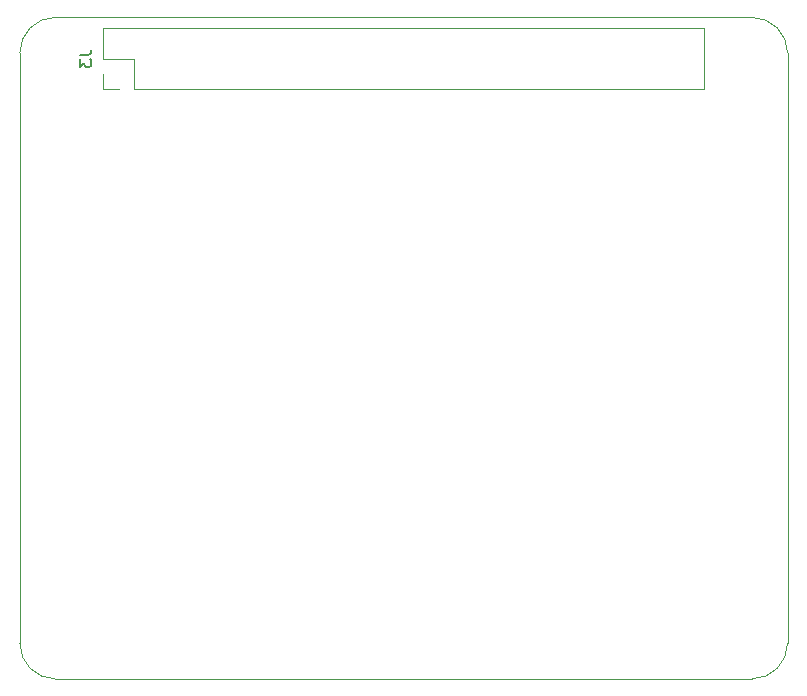
<source format=gbr>
G04 #@! TF.GenerationSoftware,KiCad,Pcbnew,(6.0.7-1)-1*
G04 #@! TF.CreationDate,2023-05-21T11:11:00+10:00*
G04 #@! TF.ProjectId,Pi GPS Serial,50692047-5053-4205-9365-7269616c2e6b,rev?*
G04 #@! TF.SameCoordinates,Original*
G04 #@! TF.FileFunction,Legend,Bot*
G04 #@! TF.FilePolarity,Positive*
%FSLAX46Y46*%
G04 Gerber Fmt 4.6, Leading zero omitted, Abs format (unit mm)*
G04 Created by KiCad (PCBNEW (6.0.7-1)-1) date 2023-05-21 11:11:00*
%MOMM*%
%LPD*%
G01*
G04 APERTURE LIST*
G04 #@! TA.AperFunction,Profile*
%ADD10C,0.100000*%
G04 #@! TD*
%ADD11C,0.150000*%
%ADD12C,0.120000*%
G04 APERTURE END LIST*
D10*
X140546356Y-116817556D02*
G75*
G03*
X143546351Y-113822847I44J2999956D01*
G01*
X78546389Y-113817611D02*
G75*
G03*
X81546356Y-116817611I3000011J11D01*
G01*
X143546351Y-113822847D02*
X143546356Y-63817611D01*
X81546356Y-116817611D02*
X140546356Y-116817611D01*
X78546356Y-63817611D02*
X78546356Y-113817611D01*
X140546356Y-60817611D02*
X81546356Y-60817611D01*
X143546389Y-63817611D02*
G75*
G03*
X140546356Y-60817611I-2999989J11D01*
G01*
X81546356Y-60817556D02*
G75*
G03*
X78546356Y-63817611I44J-3000044D01*
G01*
D11*
X83602380Y-63986666D02*
X84316666Y-63986666D01*
X84459523Y-63939047D01*
X84554761Y-63843809D01*
X84602380Y-63700952D01*
X84602380Y-63605714D01*
X83602380Y-64367619D02*
X83602380Y-64986666D01*
X83983333Y-64653333D01*
X83983333Y-64796190D01*
X84030952Y-64891428D01*
X84078571Y-64939047D01*
X84173809Y-64986666D01*
X84411904Y-64986666D01*
X84507142Y-64939047D01*
X84554761Y-64891428D01*
X84602380Y-64796190D01*
X84602380Y-64510476D01*
X84554761Y-64415238D01*
X84507142Y-64367619D01*
D12*
X85590000Y-64320000D02*
X88190000Y-64320000D01*
X85590000Y-61720000D02*
X85590000Y-64320000D01*
X88190000Y-64320000D02*
X88190000Y-66920000D01*
X88190000Y-66920000D02*
X136510000Y-66920000D01*
X85590000Y-61720000D02*
X136510000Y-61720000D01*
X85590000Y-66920000D02*
X86920000Y-66920000D01*
X85590000Y-65590000D02*
X85590000Y-66920000D01*
X136510000Y-61720000D02*
X136510000Y-66920000D01*
M02*

</source>
